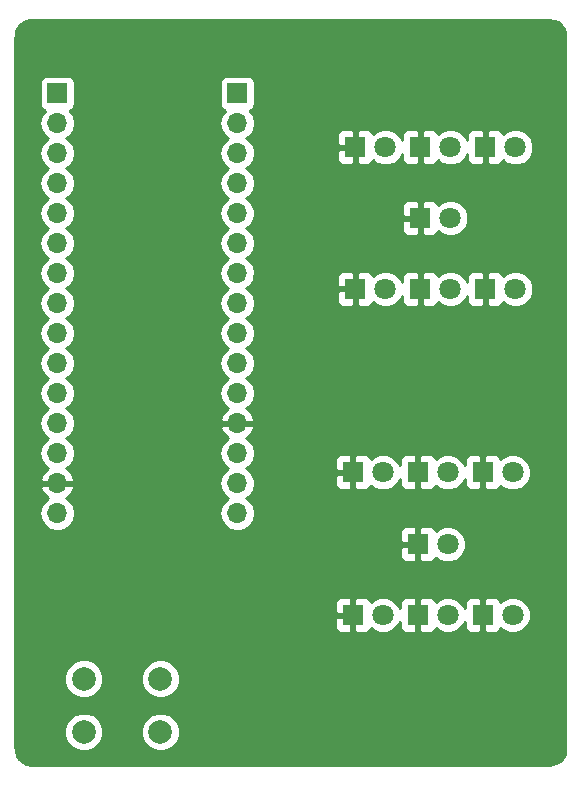
<source format=gbr>
G04 #@! TF.GenerationSoftware,KiCad,Pcbnew,(5.0.1)-3*
G04 #@! TF.CreationDate,2019-08-04T12:29:00-04:00*
G04 #@! TF.ProjectId,Dice_roller,446963655F726F6C6C65722E6B696361,rev?*
G04 #@! TF.SameCoordinates,Original*
G04 #@! TF.FileFunction,Copper,L2,Bot,Signal*
G04 #@! TF.FilePolarity,Positive*
%FSLAX46Y46*%
G04 Gerber Fmt 4.6, Leading zero omitted, Abs format (unit mm)*
G04 Created by KiCad (PCBNEW (5.0.1)-3) date 8/4/2019 12:29:00 PM*
%MOMM*%
%LPD*%
G01*
G04 APERTURE LIST*
G04 #@! TA.AperFunction,ComponentPad*
%ADD10R,1.700000X1.700000*%
G04 #@! TD*
G04 #@! TA.AperFunction,ComponentPad*
%ADD11O,1.700000X1.700000*%
G04 #@! TD*
G04 #@! TA.AperFunction,ComponentPad*
%ADD12R,1.800000X1.800000*%
G04 #@! TD*
G04 #@! TA.AperFunction,ComponentPad*
%ADD13C,1.800000*%
G04 #@! TD*
G04 #@! TA.AperFunction,ComponentPad*
%ADD14C,2.000000*%
G04 #@! TD*
G04 #@! TA.AperFunction,Conductor*
%ADD15C,0.254000*%
G04 #@! TD*
G04 APERTURE END LIST*
D10*
G04 #@! TO.P,J1,1*
G04 #@! TO.N,D12*
X132000000Y-61440000D03*
D11*
G04 #@! TO.P,J1,2*
G04 #@! TO.N,D11*
X132000000Y-63980000D03*
G04 #@! TO.P,J1,3*
G04 #@! TO.N,D10*
X132000000Y-66520000D03*
G04 #@! TO.P,J1,4*
G04 #@! TO.N,D9*
X132000000Y-69060000D03*
G04 #@! TO.P,J1,5*
G04 #@! TO.N,D8*
X132000000Y-71600000D03*
G04 #@! TO.P,J1,6*
G04 #@! TO.N,D7*
X132000000Y-74140000D03*
G04 #@! TO.P,J1,7*
G04 #@! TO.N,D6*
X132000000Y-76680000D03*
G04 #@! TO.P,J1,8*
G04 #@! TO.N,D5*
X132000000Y-79220000D03*
G04 #@! TO.P,J1,9*
G04 #@! TO.N,D4*
X132000000Y-81760000D03*
G04 #@! TO.P,J1,10*
G04 #@! TO.N,D3*
X132000000Y-84300000D03*
G04 #@! TO.P,J1,11*
G04 #@! TO.N,D2*
X132000000Y-86840000D03*
G04 #@! TO.P,J1,12*
G04 #@! TO.N,GND*
X132000000Y-89380000D03*
G04 #@! TO.P,J1,13*
G04 #@! TO.N,~RESET*
X132000000Y-91920000D03*
G04 #@! TO.P,J1,14*
G04 #@! TO.N,RX*
X132000000Y-94460000D03*
G04 #@! TO.P,J1,15*
G04 #@! TO.N,TX*
X132000000Y-97000000D03*
G04 #@! TD*
D10*
G04 #@! TO.P,J2,1*
G04 #@! TO.N,D13*
X116760000Y-61440000D03*
D11*
G04 #@! TO.P,J2,2*
G04 #@! TO.N,+3V3*
X116760000Y-63980000D03*
G04 #@! TO.P,J2,3*
G04 #@! TO.N,AREF*
X116760000Y-66520000D03*
G04 #@! TO.P,J2,4*
G04 #@! TO.N,A0*
X116760000Y-69060000D03*
G04 #@! TO.P,J2,5*
G04 #@! TO.N,A1*
X116760000Y-71600000D03*
G04 #@! TO.P,J2,6*
G04 #@! TO.N,A2*
X116760000Y-74140000D03*
G04 #@! TO.P,J2,7*
G04 #@! TO.N,A3*
X116760000Y-76680000D03*
G04 #@! TO.P,J2,8*
G04 #@! TO.N,A4*
X116760000Y-79220000D03*
G04 #@! TO.P,J2,9*
G04 #@! TO.N,A5*
X116760000Y-81760000D03*
G04 #@! TO.P,J2,10*
G04 #@! TO.N,A6*
X116760000Y-84300000D03*
G04 #@! TO.P,J2,11*
G04 #@! TO.N,A7*
X116760000Y-86840000D03*
G04 #@! TO.P,J2,12*
G04 #@! TO.N,+5V*
X116760000Y-89380000D03*
G04 #@! TO.P,J2,13*
G04 #@! TO.N,~RESET*
X116760000Y-91920000D03*
G04 #@! TO.P,J2,14*
G04 #@! TO.N,GND*
X116760000Y-94460000D03*
G04 #@! TO.P,J2,15*
G04 #@! TO.N,VIN*
X116760000Y-97000000D03*
G04 #@! TD*
D12*
G04 #@! TO.P,D1,1*
G04 #@! TO.N,GND*
X152791829Y-93520693D03*
D13*
G04 #@! TO.P,D1,2*
G04 #@! TO.N,Net-(D1-Pad2)*
X155331829Y-93520693D03*
G04 #@! TD*
G04 #@! TO.P,D2,2*
G04 #@! TO.N,Net-(D2-Pad2)*
X149831829Y-93520693D03*
D12*
G04 #@! TO.P,D2,1*
G04 #@! TO.N,GND*
X147291829Y-93520693D03*
G04 #@! TD*
D13*
G04 #@! TO.P,D3,2*
G04 #@! TO.N,Net-(D3-Pad2)*
X144331829Y-93520693D03*
D12*
G04 #@! TO.P,D3,1*
G04 #@! TO.N,GND*
X141791829Y-93520693D03*
G04 #@! TD*
G04 #@! TO.P,D4,1*
G04 #@! TO.N,GND*
X147291829Y-99615692D03*
D13*
G04 #@! TO.P,D4,2*
G04 #@! TO.N,Net-(D4-Pad2)*
X149831829Y-99615692D03*
G04 #@! TD*
G04 #@! TO.P,D5,2*
G04 #@! TO.N,Net-(D5-Pad2)*
X155331829Y-105615692D03*
D12*
G04 #@! TO.P,D5,1*
G04 #@! TO.N,GND*
X152791829Y-105615692D03*
G04 #@! TD*
G04 #@! TO.P,D6,1*
G04 #@! TO.N,GND*
X147291829Y-105615692D03*
D13*
G04 #@! TO.P,D6,2*
G04 #@! TO.N,Net-(D6-Pad2)*
X149831829Y-105615692D03*
G04 #@! TD*
D12*
G04 #@! TO.P,D7,1*
G04 #@! TO.N,GND*
X141791829Y-105615692D03*
D13*
G04 #@! TO.P,D7,2*
G04 #@! TO.N,Net-(D7-Pad2)*
X144331829Y-105615692D03*
G04 #@! TD*
D12*
G04 #@! TO.P,D8,1*
G04 #@! TO.N,GND*
X153000000Y-66000000D03*
D13*
G04 #@! TO.P,D8,2*
G04 #@! TO.N,Net-(D8-Pad2)*
X155540000Y-66000000D03*
G04 #@! TD*
D12*
G04 #@! TO.P,D9,1*
G04 #@! TO.N,GND*
X147500000Y-66000000D03*
D13*
G04 #@! TO.P,D9,2*
G04 #@! TO.N,Net-(D9-Pad2)*
X150040000Y-66000000D03*
G04 #@! TD*
G04 #@! TO.P,D10,2*
G04 #@! TO.N,Net-(D10-Pad2)*
X144540000Y-66000000D03*
D12*
G04 #@! TO.P,D10,1*
G04 #@! TO.N,GND*
X142000000Y-66000000D03*
G04 #@! TD*
G04 #@! TO.P,D11,1*
G04 #@! TO.N,GND*
X147500000Y-72000000D03*
D13*
G04 #@! TO.P,D11,2*
G04 #@! TO.N,Net-(D11-Pad2)*
X150040000Y-72000000D03*
G04 #@! TD*
G04 #@! TO.P,D12,2*
G04 #@! TO.N,Net-(D12-Pad2)*
X155540000Y-78000000D03*
D12*
G04 #@! TO.P,D12,1*
G04 #@! TO.N,GND*
X153000000Y-78000000D03*
G04 #@! TD*
D13*
G04 #@! TO.P,D13,2*
G04 #@! TO.N,Net-(D13-Pad2)*
X150040000Y-78000000D03*
D12*
G04 #@! TO.P,D13,1*
G04 #@! TO.N,GND*
X147500000Y-78000000D03*
G04 #@! TD*
G04 #@! TO.P,D14,1*
G04 #@! TO.N,GND*
X142000000Y-78000000D03*
D13*
G04 #@! TO.P,D14,2*
G04 #@! TO.N,Net-(D14-Pad2)*
X144540000Y-78000000D03*
G04 #@! TD*
D14*
G04 #@! TO.P,SW1,2*
G04 #@! TO.N,+5V*
X119000000Y-115500000D03*
G04 #@! TO.P,SW1,1*
G04 #@! TO.N,D11*
X119000000Y-111000000D03*
G04 #@! TO.P,SW1,2*
G04 #@! TO.N,+5V*
X125500000Y-115500000D03*
G04 #@! TO.P,SW1,1*
G04 #@! TO.N,D11*
X125500000Y-111000000D03*
G04 #@! TD*
D15*
G04 #@! TO.N,GND*
G36*
X158386923Y-55226249D02*
X158395803Y-55227577D01*
X158852940Y-55293044D01*
X159177504Y-55440614D01*
X159447607Y-55673350D01*
X159641532Y-55972539D01*
X159750970Y-56338479D01*
X159767021Y-56554469D01*
X159790000Y-56658985D01*
X159790001Y-116833771D01*
X159773751Y-116886923D01*
X159772423Y-116895803D01*
X159706956Y-117352938D01*
X159559385Y-117677504D01*
X159326650Y-117947606D01*
X159027459Y-118141532D01*
X158661525Y-118250970D01*
X158445531Y-118267021D01*
X158341015Y-118290000D01*
X114666226Y-118290000D01*
X114613077Y-118273751D01*
X114604197Y-118272423D01*
X114147062Y-118206956D01*
X113822496Y-118059385D01*
X113552394Y-117826650D01*
X113358468Y-117527459D01*
X113249030Y-117161525D01*
X113232979Y-116945531D01*
X113210000Y-116841015D01*
X113210000Y-115174778D01*
X117365000Y-115174778D01*
X117365000Y-115825222D01*
X117613914Y-116426153D01*
X118073847Y-116886086D01*
X118674778Y-117135000D01*
X119325222Y-117135000D01*
X119926153Y-116886086D01*
X120386086Y-116426153D01*
X120635000Y-115825222D01*
X120635000Y-115174778D01*
X123865000Y-115174778D01*
X123865000Y-115825222D01*
X124113914Y-116426153D01*
X124573847Y-116886086D01*
X125174778Y-117135000D01*
X125825222Y-117135000D01*
X126426153Y-116886086D01*
X126886086Y-116426153D01*
X127135000Y-115825222D01*
X127135000Y-115174778D01*
X126886086Y-114573847D01*
X126426153Y-114113914D01*
X125825222Y-113865000D01*
X125174778Y-113865000D01*
X124573847Y-114113914D01*
X124113914Y-114573847D01*
X123865000Y-115174778D01*
X120635000Y-115174778D01*
X120386086Y-114573847D01*
X119926153Y-114113914D01*
X119325222Y-113865000D01*
X118674778Y-113865000D01*
X118073847Y-114113914D01*
X117613914Y-114573847D01*
X117365000Y-115174778D01*
X113210000Y-115174778D01*
X113210000Y-110674778D01*
X117365000Y-110674778D01*
X117365000Y-111325222D01*
X117613914Y-111926153D01*
X118073847Y-112386086D01*
X118674778Y-112635000D01*
X119325222Y-112635000D01*
X119926153Y-112386086D01*
X120386086Y-111926153D01*
X120635000Y-111325222D01*
X120635000Y-110674778D01*
X123865000Y-110674778D01*
X123865000Y-111325222D01*
X124113914Y-111926153D01*
X124573847Y-112386086D01*
X125174778Y-112635000D01*
X125825222Y-112635000D01*
X126426153Y-112386086D01*
X126886086Y-111926153D01*
X127135000Y-111325222D01*
X127135000Y-110674778D01*
X126886086Y-110073847D01*
X126426153Y-109613914D01*
X125825222Y-109365000D01*
X125174778Y-109365000D01*
X124573847Y-109613914D01*
X124113914Y-110073847D01*
X123865000Y-110674778D01*
X120635000Y-110674778D01*
X120386086Y-110073847D01*
X119926153Y-109613914D01*
X119325222Y-109365000D01*
X118674778Y-109365000D01*
X118073847Y-109613914D01*
X117613914Y-110073847D01*
X117365000Y-110674778D01*
X113210000Y-110674778D01*
X113210000Y-105901442D01*
X140256829Y-105901442D01*
X140256829Y-106642002D01*
X140353502Y-106875391D01*
X140532131Y-107054019D01*
X140765520Y-107150692D01*
X141506079Y-107150692D01*
X141664829Y-106991942D01*
X141664829Y-105742692D01*
X140415579Y-105742692D01*
X140256829Y-105901442D01*
X113210000Y-105901442D01*
X113210000Y-104589382D01*
X140256829Y-104589382D01*
X140256829Y-105329942D01*
X140415579Y-105488692D01*
X141664829Y-105488692D01*
X141664829Y-104239442D01*
X141918829Y-104239442D01*
X141918829Y-105488692D01*
X141938829Y-105488692D01*
X141938829Y-105742692D01*
X141918829Y-105742692D01*
X141918829Y-106991942D01*
X142077579Y-107150692D01*
X142818138Y-107150692D01*
X143051527Y-107054019D01*
X143230156Y-106875391D01*
X143285968Y-106740648D01*
X143462322Y-106917002D01*
X144026499Y-107150692D01*
X144637159Y-107150692D01*
X145201336Y-106917002D01*
X145633139Y-106485199D01*
X145756829Y-106186585D01*
X145756829Y-106642002D01*
X145853502Y-106875391D01*
X146032131Y-107054019D01*
X146265520Y-107150692D01*
X147006079Y-107150692D01*
X147164829Y-106991942D01*
X147164829Y-105742692D01*
X147144829Y-105742692D01*
X147144829Y-105488692D01*
X147164829Y-105488692D01*
X147164829Y-104239442D01*
X147418829Y-104239442D01*
X147418829Y-105488692D01*
X147438829Y-105488692D01*
X147438829Y-105742692D01*
X147418829Y-105742692D01*
X147418829Y-106991942D01*
X147577579Y-107150692D01*
X148318138Y-107150692D01*
X148551527Y-107054019D01*
X148730156Y-106875391D01*
X148785968Y-106740648D01*
X148962322Y-106917002D01*
X149526499Y-107150692D01*
X150137159Y-107150692D01*
X150701336Y-106917002D01*
X151133139Y-106485199D01*
X151256829Y-106186585D01*
X151256829Y-106642002D01*
X151353502Y-106875391D01*
X151532131Y-107054019D01*
X151765520Y-107150692D01*
X152506079Y-107150692D01*
X152664829Y-106991942D01*
X152664829Y-105742692D01*
X152644829Y-105742692D01*
X152644829Y-105488692D01*
X152664829Y-105488692D01*
X152664829Y-104239442D01*
X152918829Y-104239442D01*
X152918829Y-105488692D01*
X152938829Y-105488692D01*
X152938829Y-105742692D01*
X152918829Y-105742692D01*
X152918829Y-106991942D01*
X153077579Y-107150692D01*
X153818138Y-107150692D01*
X154051527Y-107054019D01*
X154230156Y-106875391D01*
X154285968Y-106740648D01*
X154462322Y-106917002D01*
X155026499Y-107150692D01*
X155637159Y-107150692D01*
X156201336Y-106917002D01*
X156633139Y-106485199D01*
X156866829Y-105921022D01*
X156866829Y-105310362D01*
X156633139Y-104746185D01*
X156201336Y-104314382D01*
X155637159Y-104080692D01*
X155026499Y-104080692D01*
X154462322Y-104314382D01*
X154285968Y-104490736D01*
X154230156Y-104355993D01*
X154051527Y-104177365D01*
X153818138Y-104080692D01*
X153077579Y-104080692D01*
X152918829Y-104239442D01*
X152664829Y-104239442D01*
X152506079Y-104080692D01*
X151765520Y-104080692D01*
X151532131Y-104177365D01*
X151353502Y-104355993D01*
X151256829Y-104589382D01*
X151256829Y-105044799D01*
X151133139Y-104746185D01*
X150701336Y-104314382D01*
X150137159Y-104080692D01*
X149526499Y-104080692D01*
X148962322Y-104314382D01*
X148785968Y-104490736D01*
X148730156Y-104355993D01*
X148551527Y-104177365D01*
X148318138Y-104080692D01*
X147577579Y-104080692D01*
X147418829Y-104239442D01*
X147164829Y-104239442D01*
X147006079Y-104080692D01*
X146265520Y-104080692D01*
X146032131Y-104177365D01*
X145853502Y-104355993D01*
X145756829Y-104589382D01*
X145756829Y-105044799D01*
X145633139Y-104746185D01*
X145201336Y-104314382D01*
X144637159Y-104080692D01*
X144026499Y-104080692D01*
X143462322Y-104314382D01*
X143285968Y-104490736D01*
X143230156Y-104355993D01*
X143051527Y-104177365D01*
X142818138Y-104080692D01*
X142077579Y-104080692D01*
X141918829Y-104239442D01*
X141664829Y-104239442D01*
X141506079Y-104080692D01*
X140765520Y-104080692D01*
X140532131Y-104177365D01*
X140353502Y-104355993D01*
X140256829Y-104589382D01*
X113210000Y-104589382D01*
X113210000Y-99901442D01*
X145756829Y-99901442D01*
X145756829Y-100642002D01*
X145853502Y-100875391D01*
X146032131Y-101054019D01*
X146265520Y-101150692D01*
X147006079Y-101150692D01*
X147164829Y-100991942D01*
X147164829Y-99742692D01*
X145915579Y-99742692D01*
X145756829Y-99901442D01*
X113210000Y-99901442D01*
X113210000Y-98589382D01*
X145756829Y-98589382D01*
X145756829Y-99329942D01*
X145915579Y-99488692D01*
X147164829Y-99488692D01*
X147164829Y-98239442D01*
X147418829Y-98239442D01*
X147418829Y-99488692D01*
X147438829Y-99488692D01*
X147438829Y-99742692D01*
X147418829Y-99742692D01*
X147418829Y-100991942D01*
X147577579Y-101150692D01*
X148318138Y-101150692D01*
X148551527Y-101054019D01*
X148730156Y-100875391D01*
X148785968Y-100740648D01*
X148962322Y-100917002D01*
X149526499Y-101150692D01*
X150137159Y-101150692D01*
X150701336Y-100917002D01*
X151133139Y-100485199D01*
X151366829Y-99921022D01*
X151366829Y-99310362D01*
X151133139Y-98746185D01*
X150701336Y-98314382D01*
X150137159Y-98080692D01*
X149526499Y-98080692D01*
X148962322Y-98314382D01*
X148785968Y-98490736D01*
X148730156Y-98355993D01*
X148551527Y-98177365D01*
X148318138Y-98080692D01*
X147577579Y-98080692D01*
X147418829Y-98239442D01*
X147164829Y-98239442D01*
X147006079Y-98080692D01*
X146265520Y-98080692D01*
X146032131Y-98177365D01*
X145853502Y-98355993D01*
X145756829Y-98589382D01*
X113210000Y-98589382D01*
X113210000Y-97000000D01*
X115245908Y-97000000D01*
X115361161Y-97579418D01*
X115689375Y-98070625D01*
X116180582Y-98398839D01*
X116613744Y-98485000D01*
X116906256Y-98485000D01*
X117339418Y-98398839D01*
X117830625Y-98070625D01*
X118158839Y-97579418D01*
X118274092Y-97000000D01*
X118158839Y-96420582D01*
X117830625Y-95929375D01*
X117511522Y-95716157D01*
X117641358Y-95655183D01*
X118031645Y-95226924D01*
X118201476Y-94816890D01*
X118080155Y-94587000D01*
X116887000Y-94587000D01*
X116887000Y-94607000D01*
X116633000Y-94607000D01*
X116633000Y-94587000D01*
X115439845Y-94587000D01*
X115318524Y-94816890D01*
X115488355Y-95226924D01*
X115878642Y-95655183D01*
X116008478Y-95716157D01*
X115689375Y-95929375D01*
X115361161Y-96420582D01*
X115245908Y-97000000D01*
X113210000Y-97000000D01*
X113210000Y-63980000D01*
X115245908Y-63980000D01*
X115361161Y-64559418D01*
X115689375Y-65050625D01*
X115987761Y-65250000D01*
X115689375Y-65449375D01*
X115361161Y-65940582D01*
X115245908Y-66520000D01*
X115361161Y-67099418D01*
X115689375Y-67590625D01*
X115987761Y-67790000D01*
X115689375Y-67989375D01*
X115361161Y-68480582D01*
X115245908Y-69060000D01*
X115361161Y-69639418D01*
X115689375Y-70130625D01*
X115987761Y-70330000D01*
X115689375Y-70529375D01*
X115361161Y-71020582D01*
X115245908Y-71600000D01*
X115361161Y-72179418D01*
X115689375Y-72670625D01*
X115987761Y-72870000D01*
X115689375Y-73069375D01*
X115361161Y-73560582D01*
X115245908Y-74140000D01*
X115361161Y-74719418D01*
X115689375Y-75210625D01*
X115987761Y-75410000D01*
X115689375Y-75609375D01*
X115361161Y-76100582D01*
X115245908Y-76680000D01*
X115361161Y-77259418D01*
X115689375Y-77750625D01*
X115987761Y-77950000D01*
X115689375Y-78149375D01*
X115361161Y-78640582D01*
X115245908Y-79220000D01*
X115361161Y-79799418D01*
X115689375Y-80290625D01*
X115987761Y-80490000D01*
X115689375Y-80689375D01*
X115361161Y-81180582D01*
X115245908Y-81760000D01*
X115361161Y-82339418D01*
X115689375Y-82830625D01*
X115987761Y-83030000D01*
X115689375Y-83229375D01*
X115361161Y-83720582D01*
X115245908Y-84300000D01*
X115361161Y-84879418D01*
X115689375Y-85370625D01*
X115987761Y-85570000D01*
X115689375Y-85769375D01*
X115361161Y-86260582D01*
X115245908Y-86840000D01*
X115361161Y-87419418D01*
X115689375Y-87910625D01*
X115987761Y-88110000D01*
X115689375Y-88309375D01*
X115361161Y-88800582D01*
X115245908Y-89380000D01*
X115361161Y-89959418D01*
X115689375Y-90450625D01*
X115987761Y-90650000D01*
X115689375Y-90849375D01*
X115361161Y-91340582D01*
X115245908Y-91920000D01*
X115361161Y-92499418D01*
X115689375Y-92990625D01*
X116008478Y-93203843D01*
X115878642Y-93264817D01*
X115488355Y-93693076D01*
X115318524Y-94103110D01*
X115439845Y-94333000D01*
X116633000Y-94333000D01*
X116633000Y-94313000D01*
X116887000Y-94313000D01*
X116887000Y-94333000D01*
X118080155Y-94333000D01*
X118201476Y-94103110D01*
X118031645Y-93693076D01*
X117641358Y-93264817D01*
X117511522Y-93203843D01*
X117830625Y-92990625D01*
X118158839Y-92499418D01*
X118274092Y-91920000D01*
X130485908Y-91920000D01*
X130601161Y-92499418D01*
X130929375Y-92990625D01*
X131227761Y-93190000D01*
X130929375Y-93389375D01*
X130601161Y-93880582D01*
X130485908Y-94460000D01*
X130601161Y-95039418D01*
X130929375Y-95530625D01*
X131227761Y-95730000D01*
X130929375Y-95929375D01*
X130601161Y-96420582D01*
X130485908Y-97000000D01*
X130601161Y-97579418D01*
X130929375Y-98070625D01*
X131420582Y-98398839D01*
X131853744Y-98485000D01*
X132146256Y-98485000D01*
X132579418Y-98398839D01*
X133070625Y-98070625D01*
X133398839Y-97579418D01*
X133514092Y-97000000D01*
X133398839Y-96420582D01*
X133070625Y-95929375D01*
X132772239Y-95730000D01*
X133070625Y-95530625D01*
X133398839Y-95039418D01*
X133514092Y-94460000D01*
X133398839Y-93880582D01*
X133349301Y-93806443D01*
X140256829Y-93806443D01*
X140256829Y-94547003D01*
X140353502Y-94780392D01*
X140532131Y-94959020D01*
X140765520Y-95055693D01*
X141506079Y-95055693D01*
X141664829Y-94896943D01*
X141664829Y-93647693D01*
X140415579Y-93647693D01*
X140256829Y-93806443D01*
X133349301Y-93806443D01*
X133070625Y-93389375D01*
X132772239Y-93190000D01*
X133070625Y-92990625D01*
X133398839Y-92499418D01*
X133399840Y-92494383D01*
X140256829Y-92494383D01*
X140256829Y-93234943D01*
X140415579Y-93393693D01*
X141664829Y-93393693D01*
X141664829Y-92144443D01*
X141918829Y-92144443D01*
X141918829Y-93393693D01*
X141938829Y-93393693D01*
X141938829Y-93647693D01*
X141918829Y-93647693D01*
X141918829Y-94896943D01*
X142077579Y-95055693D01*
X142818138Y-95055693D01*
X143051527Y-94959020D01*
X143230156Y-94780392D01*
X143285968Y-94645649D01*
X143462322Y-94822003D01*
X144026499Y-95055693D01*
X144637159Y-95055693D01*
X145201336Y-94822003D01*
X145633139Y-94390200D01*
X145756829Y-94091586D01*
X145756829Y-94547003D01*
X145853502Y-94780392D01*
X146032131Y-94959020D01*
X146265520Y-95055693D01*
X147006079Y-95055693D01*
X147164829Y-94896943D01*
X147164829Y-93647693D01*
X147144829Y-93647693D01*
X147144829Y-93393693D01*
X147164829Y-93393693D01*
X147164829Y-92144443D01*
X147418829Y-92144443D01*
X147418829Y-93393693D01*
X147438829Y-93393693D01*
X147438829Y-93647693D01*
X147418829Y-93647693D01*
X147418829Y-94896943D01*
X147577579Y-95055693D01*
X148318138Y-95055693D01*
X148551527Y-94959020D01*
X148730156Y-94780392D01*
X148785968Y-94645649D01*
X148962322Y-94822003D01*
X149526499Y-95055693D01*
X150137159Y-95055693D01*
X150701336Y-94822003D01*
X151133139Y-94390200D01*
X151256829Y-94091586D01*
X151256829Y-94547003D01*
X151353502Y-94780392D01*
X151532131Y-94959020D01*
X151765520Y-95055693D01*
X152506079Y-95055693D01*
X152664829Y-94896943D01*
X152664829Y-93647693D01*
X152644829Y-93647693D01*
X152644829Y-93393693D01*
X152664829Y-93393693D01*
X152664829Y-92144443D01*
X152918829Y-92144443D01*
X152918829Y-93393693D01*
X152938829Y-93393693D01*
X152938829Y-93647693D01*
X152918829Y-93647693D01*
X152918829Y-94896943D01*
X153077579Y-95055693D01*
X153818138Y-95055693D01*
X154051527Y-94959020D01*
X154230156Y-94780392D01*
X154285968Y-94645649D01*
X154462322Y-94822003D01*
X155026499Y-95055693D01*
X155637159Y-95055693D01*
X156201336Y-94822003D01*
X156633139Y-94390200D01*
X156866829Y-93826023D01*
X156866829Y-93215363D01*
X156633139Y-92651186D01*
X156201336Y-92219383D01*
X155637159Y-91985693D01*
X155026499Y-91985693D01*
X154462322Y-92219383D01*
X154285968Y-92395737D01*
X154230156Y-92260994D01*
X154051527Y-92082366D01*
X153818138Y-91985693D01*
X153077579Y-91985693D01*
X152918829Y-92144443D01*
X152664829Y-92144443D01*
X152506079Y-91985693D01*
X151765520Y-91985693D01*
X151532131Y-92082366D01*
X151353502Y-92260994D01*
X151256829Y-92494383D01*
X151256829Y-92949800D01*
X151133139Y-92651186D01*
X150701336Y-92219383D01*
X150137159Y-91985693D01*
X149526499Y-91985693D01*
X148962322Y-92219383D01*
X148785968Y-92395737D01*
X148730156Y-92260994D01*
X148551527Y-92082366D01*
X148318138Y-91985693D01*
X147577579Y-91985693D01*
X147418829Y-92144443D01*
X147164829Y-92144443D01*
X147006079Y-91985693D01*
X146265520Y-91985693D01*
X146032131Y-92082366D01*
X145853502Y-92260994D01*
X145756829Y-92494383D01*
X145756829Y-92949800D01*
X145633139Y-92651186D01*
X145201336Y-92219383D01*
X144637159Y-91985693D01*
X144026499Y-91985693D01*
X143462322Y-92219383D01*
X143285968Y-92395737D01*
X143230156Y-92260994D01*
X143051527Y-92082366D01*
X142818138Y-91985693D01*
X142077579Y-91985693D01*
X141918829Y-92144443D01*
X141664829Y-92144443D01*
X141506079Y-91985693D01*
X140765520Y-91985693D01*
X140532131Y-92082366D01*
X140353502Y-92260994D01*
X140256829Y-92494383D01*
X133399840Y-92494383D01*
X133514092Y-91920000D01*
X133398839Y-91340582D01*
X133070625Y-90849375D01*
X132751522Y-90636157D01*
X132881358Y-90575183D01*
X133271645Y-90146924D01*
X133441476Y-89736890D01*
X133320155Y-89507000D01*
X132127000Y-89507000D01*
X132127000Y-89527000D01*
X131873000Y-89527000D01*
X131873000Y-89507000D01*
X130679845Y-89507000D01*
X130558524Y-89736890D01*
X130728355Y-90146924D01*
X131118642Y-90575183D01*
X131248478Y-90636157D01*
X130929375Y-90849375D01*
X130601161Y-91340582D01*
X130485908Y-91920000D01*
X118274092Y-91920000D01*
X118158839Y-91340582D01*
X117830625Y-90849375D01*
X117532239Y-90650000D01*
X117830625Y-90450625D01*
X118158839Y-89959418D01*
X118274092Y-89380000D01*
X118158839Y-88800582D01*
X117830625Y-88309375D01*
X117532239Y-88110000D01*
X117830625Y-87910625D01*
X118158839Y-87419418D01*
X118274092Y-86840000D01*
X118158839Y-86260582D01*
X117830625Y-85769375D01*
X117532239Y-85570000D01*
X117830625Y-85370625D01*
X118158839Y-84879418D01*
X118274092Y-84300000D01*
X118158839Y-83720582D01*
X117830625Y-83229375D01*
X117532239Y-83030000D01*
X117830625Y-82830625D01*
X118158839Y-82339418D01*
X118274092Y-81760000D01*
X118158839Y-81180582D01*
X117830625Y-80689375D01*
X117532239Y-80490000D01*
X117830625Y-80290625D01*
X118158839Y-79799418D01*
X118274092Y-79220000D01*
X118158839Y-78640582D01*
X117830625Y-78149375D01*
X117532239Y-77950000D01*
X117830625Y-77750625D01*
X118158839Y-77259418D01*
X118274092Y-76680000D01*
X118158839Y-76100582D01*
X117830625Y-75609375D01*
X117532239Y-75410000D01*
X117830625Y-75210625D01*
X118158839Y-74719418D01*
X118274092Y-74140000D01*
X118158839Y-73560582D01*
X117830625Y-73069375D01*
X117532239Y-72870000D01*
X117830625Y-72670625D01*
X118158839Y-72179418D01*
X118274092Y-71600000D01*
X118158839Y-71020582D01*
X117830625Y-70529375D01*
X117532239Y-70330000D01*
X117830625Y-70130625D01*
X118158839Y-69639418D01*
X118274092Y-69060000D01*
X118158839Y-68480582D01*
X117830625Y-67989375D01*
X117532239Y-67790000D01*
X117830625Y-67590625D01*
X118158839Y-67099418D01*
X118274092Y-66520000D01*
X118158839Y-65940582D01*
X117830625Y-65449375D01*
X117532239Y-65250000D01*
X117830625Y-65050625D01*
X118158839Y-64559418D01*
X118274092Y-63980000D01*
X130485908Y-63980000D01*
X130601161Y-64559418D01*
X130929375Y-65050625D01*
X131227761Y-65250000D01*
X130929375Y-65449375D01*
X130601161Y-65940582D01*
X130485908Y-66520000D01*
X130601161Y-67099418D01*
X130929375Y-67590625D01*
X131227761Y-67790000D01*
X130929375Y-67989375D01*
X130601161Y-68480582D01*
X130485908Y-69060000D01*
X130601161Y-69639418D01*
X130929375Y-70130625D01*
X131227761Y-70330000D01*
X130929375Y-70529375D01*
X130601161Y-71020582D01*
X130485908Y-71600000D01*
X130601161Y-72179418D01*
X130929375Y-72670625D01*
X131227761Y-72870000D01*
X130929375Y-73069375D01*
X130601161Y-73560582D01*
X130485908Y-74140000D01*
X130601161Y-74719418D01*
X130929375Y-75210625D01*
X131227761Y-75410000D01*
X130929375Y-75609375D01*
X130601161Y-76100582D01*
X130485908Y-76680000D01*
X130601161Y-77259418D01*
X130929375Y-77750625D01*
X131227761Y-77950000D01*
X130929375Y-78149375D01*
X130601161Y-78640582D01*
X130485908Y-79220000D01*
X130601161Y-79799418D01*
X130929375Y-80290625D01*
X131227761Y-80490000D01*
X130929375Y-80689375D01*
X130601161Y-81180582D01*
X130485908Y-81760000D01*
X130601161Y-82339418D01*
X130929375Y-82830625D01*
X131227761Y-83030000D01*
X130929375Y-83229375D01*
X130601161Y-83720582D01*
X130485908Y-84300000D01*
X130601161Y-84879418D01*
X130929375Y-85370625D01*
X131227761Y-85570000D01*
X130929375Y-85769375D01*
X130601161Y-86260582D01*
X130485908Y-86840000D01*
X130601161Y-87419418D01*
X130929375Y-87910625D01*
X131248478Y-88123843D01*
X131118642Y-88184817D01*
X130728355Y-88613076D01*
X130558524Y-89023110D01*
X130679845Y-89253000D01*
X131873000Y-89253000D01*
X131873000Y-89233000D01*
X132127000Y-89233000D01*
X132127000Y-89253000D01*
X133320155Y-89253000D01*
X133441476Y-89023110D01*
X133271645Y-88613076D01*
X132881358Y-88184817D01*
X132751522Y-88123843D01*
X133070625Y-87910625D01*
X133398839Y-87419418D01*
X133514092Y-86840000D01*
X133398839Y-86260582D01*
X133070625Y-85769375D01*
X132772239Y-85570000D01*
X133070625Y-85370625D01*
X133398839Y-84879418D01*
X133514092Y-84300000D01*
X133398839Y-83720582D01*
X133070625Y-83229375D01*
X132772239Y-83030000D01*
X133070625Y-82830625D01*
X133398839Y-82339418D01*
X133514092Y-81760000D01*
X133398839Y-81180582D01*
X133070625Y-80689375D01*
X132772239Y-80490000D01*
X133070625Y-80290625D01*
X133398839Y-79799418D01*
X133514092Y-79220000D01*
X133398839Y-78640582D01*
X133161748Y-78285750D01*
X140465000Y-78285750D01*
X140465000Y-79026310D01*
X140561673Y-79259699D01*
X140740302Y-79438327D01*
X140973691Y-79535000D01*
X141714250Y-79535000D01*
X141873000Y-79376250D01*
X141873000Y-78127000D01*
X140623750Y-78127000D01*
X140465000Y-78285750D01*
X133161748Y-78285750D01*
X133070625Y-78149375D01*
X132772239Y-77950000D01*
X133070625Y-77750625D01*
X133398839Y-77259418D01*
X133455673Y-76973690D01*
X140465000Y-76973690D01*
X140465000Y-77714250D01*
X140623750Y-77873000D01*
X141873000Y-77873000D01*
X141873000Y-76623750D01*
X142127000Y-76623750D01*
X142127000Y-77873000D01*
X142147000Y-77873000D01*
X142147000Y-78127000D01*
X142127000Y-78127000D01*
X142127000Y-79376250D01*
X142285750Y-79535000D01*
X143026309Y-79535000D01*
X143259698Y-79438327D01*
X143438327Y-79259699D01*
X143494139Y-79124956D01*
X143670493Y-79301310D01*
X144234670Y-79535000D01*
X144845330Y-79535000D01*
X145409507Y-79301310D01*
X145841310Y-78869507D01*
X145965000Y-78570893D01*
X145965000Y-79026310D01*
X146061673Y-79259699D01*
X146240302Y-79438327D01*
X146473691Y-79535000D01*
X147214250Y-79535000D01*
X147373000Y-79376250D01*
X147373000Y-78127000D01*
X147353000Y-78127000D01*
X147353000Y-77873000D01*
X147373000Y-77873000D01*
X147373000Y-76623750D01*
X147627000Y-76623750D01*
X147627000Y-77873000D01*
X147647000Y-77873000D01*
X147647000Y-78127000D01*
X147627000Y-78127000D01*
X147627000Y-79376250D01*
X147785750Y-79535000D01*
X148526309Y-79535000D01*
X148759698Y-79438327D01*
X148938327Y-79259699D01*
X148994139Y-79124956D01*
X149170493Y-79301310D01*
X149734670Y-79535000D01*
X150345330Y-79535000D01*
X150909507Y-79301310D01*
X151341310Y-78869507D01*
X151465000Y-78570893D01*
X151465000Y-79026310D01*
X151561673Y-79259699D01*
X151740302Y-79438327D01*
X151973691Y-79535000D01*
X152714250Y-79535000D01*
X152873000Y-79376250D01*
X152873000Y-78127000D01*
X152853000Y-78127000D01*
X152853000Y-77873000D01*
X152873000Y-77873000D01*
X152873000Y-76623750D01*
X153127000Y-76623750D01*
X153127000Y-77873000D01*
X153147000Y-77873000D01*
X153147000Y-78127000D01*
X153127000Y-78127000D01*
X153127000Y-79376250D01*
X153285750Y-79535000D01*
X154026309Y-79535000D01*
X154259698Y-79438327D01*
X154438327Y-79259699D01*
X154494139Y-79124956D01*
X154670493Y-79301310D01*
X155234670Y-79535000D01*
X155845330Y-79535000D01*
X156409507Y-79301310D01*
X156841310Y-78869507D01*
X157075000Y-78305330D01*
X157075000Y-77694670D01*
X156841310Y-77130493D01*
X156409507Y-76698690D01*
X155845330Y-76465000D01*
X155234670Y-76465000D01*
X154670493Y-76698690D01*
X154494139Y-76875044D01*
X154438327Y-76740301D01*
X154259698Y-76561673D01*
X154026309Y-76465000D01*
X153285750Y-76465000D01*
X153127000Y-76623750D01*
X152873000Y-76623750D01*
X152714250Y-76465000D01*
X151973691Y-76465000D01*
X151740302Y-76561673D01*
X151561673Y-76740301D01*
X151465000Y-76973690D01*
X151465000Y-77429107D01*
X151341310Y-77130493D01*
X150909507Y-76698690D01*
X150345330Y-76465000D01*
X149734670Y-76465000D01*
X149170493Y-76698690D01*
X148994139Y-76875044D01*
X148938327Y-76740301D01*
X148759698Y-76561673D01*
X148526309Y-76465000D01*
X147785750Y-76465000D01*
X147627000Y-76623750D01*
X147373000Y-76623750D01*
X147214250Y-76465000D01*
X146473691Y-76465000D01*
X146240302Y-76561673D01*
X146061673Y-76740301D01*
X145965000Y-76973690D01*
X145965000Y-77429107D01*
X145841310Y-77130493D01*
X145409507Y-76698690D01*
X144845330Y-76465000D01*
X144234670Y-76465000D01*
X143670493Y-76698690D01*
X143494139Y-76875044D01*
X143438327Y-76740301D01*
X143259698Y-76561673D01*
X143026309Y-76465000D01*
X142285750Y-76465000D01*
X142127000Y-76623750D01*
X141873000Y-76623750D01*
X141714250Y-76465000D01*
X140973691Y-76465000D01*
X140740302Y-76561673D01*
X140561673Y-76740301D01*
X140465000Y-76973690D01*
X133455673Y-76973690D01*
X133514092Y-76680000D01*
X133398839Y-76100582D01*
X133070625Y-75609375D01*
X132772239Y-75410000D01*
X133070625Y-75210625D01*
X133398839Y-74719418D01*
X133514092Y-74140000D01*
X133398839Y-73560582D01*
X133070625Y-73069375D01*
X132772239Y-72870000D01*
X133070625Y-72670625D01*
X133327790Y-72285750D01*
X145965000Y-72285750D01*
X145965000Y-73026310D01*
X146061673Y-73259699D01*
X146240302Y-73438327D01*
X146473691Y-73535000D01*
X147214250Y-73535000D01*
X147373000Y-73376250D01*
X147373000Y-72127000D01*
X146123750Y-72127000D01*
X145965000Y-72285750D01*
X133327790Y-72285750D01*
X133398839Y-72179418D01*
X133514092Y-71600000D01*
X133398839Y-71020582D01*
X133367507Y-70973690D01*
X145965000Y-70973690D01*
X145965000Y-71714250D01*
X146123750Y-71873000D01*
X147373000Y-71873000D01*
X147373000Y-70623750D01*
X147627000Y-70623750D01*
X147627000Y-71873000D01*
X147647000Y-71873000D01*
X147647000Y-72127000D01*
X147627000Y-72127000D01*
X147627000Y-73376250D01*
X147785750Y-73535000D01*
X148526309Y-73535000D01*
X148759698Y-73438327D01*
X148938327Y-73259699D01*
X148994139Y-73124956D01*
X149170493Y-73301310D01*
X149734670Y-73535000D01*
X150345330Y-73535000D01*
X150909507Y-73301310D01*
X151341310Y-72869507D01*
X151575000Y-72305330D01*
X151575000Y-71694670D01*
X151341310Y-71130493D01*
X150909507Y-70698690D01*
X150345330Y-70465000D01*
X149734670Y-70465000D01*
X149170493Y-70698690D01*
X148994139Y-70875044D01*
X148938327Y-70740301D01*
X148759698Y-70561673D01*
X148526309Y-70465000D01*
X147785750Y-70465000D01*
X147627000Y-70623750D01*
X147373000Y-70623750D01*
X147214250Y-70465000D01*
X146473691Y-70465000D01*
X146240302Y-70561673D01*
X146061673Y-70740301D01*
X145965000Y-70973690D01*
X133367507Y-70973690D01*
X133070625Y-70529375D01*
X132772239Y-70330000D01*
X133070625Y-70130625D01*
X133398839Y-69639418D01*
X133514092Y-69060000D01*
X133398839Y-68480582D01*
X133070625Y-67989375D01*
X132772239Y-67790000D01*
X133070625Y-67590625D01*
X133398839Y-67099418D01*
X133514092Y-66520000D01*
X133467497Y-66285750D01*
X140465000Y-66285750D01*
X140465000Y-67026310D01*
X140561673Y-67259699D01*
X140740302Y-67438327D01*
X140973691Y-67535000D01*
X141714250Y-67535000D01*
X141873000Y-67376250D01*
X141873000Y-66127000D01*
X140623750Y-66127000D01*
X140465000Y-66285750D01*
X133467497Y-66285750D01*
X133398839Y-65940582D01*
X133070625Y-65449375D01*
X132772239Y-65250000D01*
X133070625Y-65050625D01*
X133122031Y-64973690D01*
X140465000Y-64973690D01*
X140465000Y-65714250D01*
X140623750Y-65873000D01*
X141873000Y-65873000D01*
X141873000Y-64623750D01*
X142127000Y-64623750D01*
X142127000Y-65873000D01*
X142147000Y-65873000D01*
X142147000Y-66127000D01*
X142127000Y-66127000D01*
X142127000Y-67376250D01*
X142285750Y-67535000D01*
X143026309Y-67535000D01*
X143259698Y-67438327D01*
X143438327Y-67259699D01*
X143494139Y-67124956D01*
X143670493Y-67301310D01*
X144234670Y-67535000D01*
X144845330Y-67535000D01*
X145409507Y-67301310D01*
X145841310Y-66869507D01*
X145965000Y-66570893D01*
X145965000Y-67026310D01*
X146061673Y-67259699D01*
X146240302Y-67438327D01*
X146473691Y-67535000D01*
X147214250Y-67535000D01*
X147373000Y-67376250D01*
X147373000Y-66127000D01*
X147353000Y-66127000D01*
X147353000Y-65873000D01*
X147373000Y-65873000D01*
X147373000Y-64623750D01*
X147627000Y-64623750D01*
X147627000Y-65873000D01*
X147647000Y-65873000D01*
X147647000Y-66127000D01*
X147627000Y-66127000D01*
X147627000Y-67376250D01*
X147785750Y-67535000D01*
X148526309Y-67535000D01*
X148759698Y-67438327D01*
X148938327Y-67259699D01*
X148994139Y-67124956D01*
X149170493Y-67301310D01*
X149734670Y-67535000D01*
X150345330Y-67535000D01*
X150909507Y-67301310D01*
X151341310Y-66869507D01*
X151465000Y-66570893D01*
X151465000Y-67026310D01*
X151561673Y-67259699D01*
X151740302Y-67438327D01*
X151973691Y-67535000D01*
X152714250Y-67535000D01*
X152873000Y-67376250D01*
X152873000Y-66127000D01*
X152853000Y-66127000D01*
X152853000Y-65873000D01*
X152873000Y-65873000D01*
X152873000Y-64623750D01*
X153127000Y-64623750D01*
X153127000Y-65873000D01*
X153147000Y-65873000D01*
X153147000Y-66127000D01*
X153127000Y-66127000D01*
X153127000Y-67376250D01*
X153285750Y-67535000D01*
X154026309Y-67535000D01*
X154259698Y-67438327D01*
X154438327Y-67259699D01*
X154494139Y-67124956D01*
X154670493Y-67301310D01*
X155234670Y-67535000D01*
X155845330Y-67535000D01*
X156409507Y-67301310D01*
X156841310Y-66869507D01*
X157075000Y-66305330D01*
X157075000Y-65694670D01*
X156841310Y-65130493D01*
X156409507Y-64698690D01*
X155845330Y-64465000D01*
X155234670Y-64465000D01*
X154670493Y-64698690D01*
X154494139Y-64875044D01*
X154438327Y-64740301D01*
X154259698Y-64561673D01*
X154026309Y-64465000D01*
X153285750Y-64465000D01*
X153127000Y-64623750D01*
X152873000Y-64623750D01*
X152714250Y-64465000D01*
X151973691Y-64465000D01*
X151740302Y-64561673D01*
X151561673Y-64740301D01*
X151465000Y-64973690D01*
X151465000Y-65429107D01*
X151341310Y-65130493D01*
X150909507Y-64698690D01*
X150345330Y-64465000D01*
X149734670Y-64465000D01*
X149170493Y-64698690D01*
X148994139Y-64875044D01*
X148938327Y-64740301D01*
X148759698Y-64561673D01*
X148526309Y-64465000D01*
X147785750Y-64465000D01*
X147627000Y-64623750D01*
X147373000Y-64623750D01*
X147214250Y-64465000D01*
X146473691Y-64465000D01*
X146240302Y-64561673D01*
X146061673Y-64740301D01*
X145965000Y-64973690D01*
X145965000Y-65429107D01*
X145841310Y-65130493D01*
X145409507Y-64698690D01*
X144845330Y-64465000D01*
X144234670Y-64465000D01*
X143670493Y-64698690D01*
X143494139Y-64875044D01*
X143438327Y-64740301D01*
X143259698Y-64561673D01*
X143026309Y-64465000D01*
X142285750Y-64465000D01*
X142127000Y-64623750D01*
X141873000Y-64623750D01*
X141714250Y-64465000D01*
X140973691Y-64465000D01*
X140740302Y-64561673D01*
X140561673Y-64740301D01*
X140465000Y-64973690D01*
X133122031Y-64973690D01*
X133398839Y-64559418D01*
X133514092Y-63980000D01*
X133398839Y-63400582D01*
X133070625Y-62909375D01*
X133052381Y-62897184D01*
X133097765Y-62888157D01*
X133307809Y-62747809D01*
X133448157Y-62537765D01*
X133497440Y-62290000D01*
X133497440Y-60590000D01*
X133448157Y-60342235D01*
X133307809Y-60132191D01*
X133097765Y-59991843D01*
X132850000Y-59942560D01*
X131150000Y-59942560D01*
X130902235Y-59991843D01*
X130692191Y-60132191D01*
X130551843Y-60342235D01*
X130502560Y-60590000D01*
X130502560Y-62290000D01*
X130551843Y-62537765D01*
X130692191Y-62747809D01*
X130902235Y-62888157D01*
X130947619Y-62897184D01*
X130929375Y-62909375D01*
X130601161Y-63400582D01*
X130485908Y-63980000D01*
X118274092Y-63980000D01*
X118158839Y-63400582D01*
X117830625Y-62909375D01*
X117812381Y-62897184D01*
X117857765Y-62888157D01*
X118067809Y-62747809D01*
X118208157Y-62537765D01*
X118257440Y-62290000D01*
X118257440Y-60590000D01*
X118208157Y-60342235D01*
X118067809Y-60132191D01*
X117857765Y-59991843D01*
X117610000Y-59942560D01*
X115910000Y-59942560D01*
X115662235Y-59991843D01*
X115452191Y-60132191D01*
X115311843Y-60342235D01*
X115262560Y-60590000D01*
X115262560Y-62290000D01*
X115311843Y-62537765D01*
X115452191Y-62747809D01*
X115662235Y-62888157D01*
X115707619Y-62897184D01*
X115689375Y-62909375D01*
X115361161Y-63400582D01*
X115245908Y-63980000D01*
X113210000Y-63980000D01*
X113210000Y-56666226D01*
X113226249Y-56613077D01*
X113227577Y-56604197D01*
X113293044Y-56147060D01*
X113440614Y-55822496D01*
X113673350Y-55552393D01*
X113972539Y-55358468D01*
X114338479Y-55249030D01*
X114554469Y-55232979D01*
X114658985Y-55210000D01*
X158333774Y-55210000D01*
X158386923Y-55226249D01*
X158386923Y-55226249D01*
G37*
X158386923Y-55226249D02*
X158395803Y-55227577D01*
X158852940Y-55293044D01*
X159177504Y-55440614D01*
X159447607Y-55673350D01*
X159641532Y-55972539D01*
X159750970Y-56338479D01*
X159767021Y-56554469D01*
X159790000Y-56658985D01*
X159790001Y-116833771D01*
X159773751Y-116886923D01*
X159772423Y-116895803D01*
X159706956Y-117352938D01*
X159559385Y-117677504D01*
X159326650Y-117947606D01*
X159027459Y-118141532D01*
X158661525Y-118250970D01*
X158445531Y-118267021D01*
X158341015Y-118290000D01*
X114666226Y-118290000D01*
X114613077Y-118273751D01*
X114604197Y-118272423D01*
X114147062Y-118206956D01*
X113822496Y-118059385D01*
X113552394Y-117826650D01*
X113358468Y-117527459D01*
X113249030Y-117161525D01*
X113232979Y-116945531D01*
X113210000Y-116841015D01*
X113210000Y-115174778D01*
X117365000Y-115174778D01*
X117365000Y-115825222D01*
X117613914Y-116426153D01*
X118073847Y-116886086D01*
X118674778Y-117135000D01*
X119325222Y-117135000D01*
X119926153Y-116886086D01*
X120386086Y-116426153D01*
X120635000Y-115825222D01*
X120635000Y-115174778D01*
X123865000Y-115174778D01*
X123865000Y-115825222D01*
X124113914Y-116426153D01*
X124573847Y-116886086D01*
X125174778Y-117135000D01*
X125825222Y-117135000D01*
X126426153Y-116886086D01*
X126886086Y-116426153D01*
X127135000Y-115825222D01*
X127135000Y-115174778D01*
X126886086Y-114573847D01*
X126426153Y-114113914D01*
X125825222Y-113865000D01*
X125174778Y-113865000D01*
X124573847Y-114113914D01*
X124113914Y-114573847D01*
X123865000Y-115174778D01*
X120635000Y-115174778D01*
X120386086Y-114573847D01*
X119926153Y-114113914D01*
X119325222Y-113865000D01*
X118674778Y-113865000D01*
X118073847Y-114113914D01*
X117613914Y-114573847D01*
X117365000Y-115174778D01*
X113210000Y-115174778D01*
X113210000Y-110674778D01*
X117365000Y-110674778D01*
X117365000Y-111325222D01*
X117613914Y-111926153D01*
X118073847Y-112386086D01*
X118674778Y-112635000D01*
X119325222Y-112635000D01*
X119926153Y-112386086D01*
X120386086Y-111926153D01*
X120635000Y-111325222D01*
X120635000Y-110674778D01*
X123865000Y-110674778D01*
X123865000Y-111325222D01*
X124113914Y-111926153D01*
X124573847Y-112386086D01*
X125174778Y-112635000D01*
X125825222Y-112635000D01*
X126426153Y-112386086D01*
X126886086Y-111926153D01*
X127135000Y-111325222D01*
X127135000Y-110674778D01*
X126886086Y-110073847D01*
X126426153Y-109613914D01*
X125825222Y-109365000D01*
X125174778Y-109365000D01*
X124573847Y-109613914D01*
X124113914Y-110073847D01*
X123865000Y-110674778D01*
X120635000Y-110674778D01*
X120386086Y-110073847D01*
X119926153Y-109613914D01*
X119325222Y-109365000D01*
X118674778Y-109365000D01*
X118073847Y-109613914D01*
X117613914Y-110073847D01*
X117365000Y-110674778D01*
X113210000Y-110674778D01*
X113210000Y-105901442D01*
X140256829Y-105901442D01*
X140256829Y-106642002D01*
X140353502Y-106875391D01*
X140532131Y-107054019D01*
X140765520Y-107150692D01*
X141506079Y-107150692D01*
X141664829Y-106991942D01*
X141664829Y-105742692D01*
X140415579Y-105742692D01*
X140256829Y-105901442D01*
X113210000Y-105901442D01*
X113210000Y-104589382D01*
X140256829Y-104589382D01*
X140256829Y-105329942D01*
X140415579Y-105488692D01*
X141664829Y-105488692D01*
X141664829Y-104239442D01*
X141918829Y-104239442D01*
X141918829Y-105488692D01*
X141938829Y-105488692D01*
X141938829Y-105742692D01*
X141918829Y-105742692D01*
X141918829Y-106991942D01*
X142077579Y-107150692D01*
X142818138Y-107150692D01*
X143051527Y-107054019D01*
X143230156Y-106875391D01*
X143285968Y-106740648D01*
X143462322Y-106917002D01*
X144026499Y-107150692D01*
X144637159Y-107150692D01*
X145201336Y-106917002D01*
X145633139Y-106485199D01*
X145756829Y-106186585D01*
X145756829Y-106642002D01*
X145853502Y-106875391D01*
X146032131Y-107054019D01*
X146265520Y-107150692D01*
X147006079Y-107150692D01*
X147164829Y-106991942D01*
X147164829Y-105742692D01*
X147144829Y-105742692D01*
X147144829Y-105488692D01*
X147164829Y-105488692D01*
X147164829Y-104239442D01*
X147418829Y-104239442D01*
X147418829Y-105488692D01*
X147438829Y-105488692D01*
X147438829Y-105742692D01*
X147418829Y-105742692D01*
X147418829Y-106991942D01*
X147577579Y-107150692D01*
X148318138Y-107150692D01*
X148551527Y-107054019D01*
X148730156Y-106875391D01*
X148785968Y-106740648D01*
X148962322Y-106917002D01*
X149526499Y-107150692D01*
X150137159Y-107150692D01*
X150701336Y-106917002D01*
X151133139Y-106485199D01*
X151256829Y-106186585D01*
X151256829Y-106642002D01*
X151353502Y-106875391D01*
X151532131Y-107054019D01*
X151765520Y-107150692D01*
X152506079Y-107150692D01*
X152664829Y-106991942D01*
X152664829Y-105742692D01*
X152644829Y-105742692D01*
X152644829Y-105488692D01*
X152664829Y-105488692D01*
X152664829Y-104239442D01*
X152918829Y-104239442D01*
X152918829Y-105488692D01*
X152938829Y-105488692D01*
X152938829Y-105742692D01*
X152918829Y-105742692D01*
X152918829Y-106991942D01*
X153077579Y-107150692D01*
X153818138Y-107150692D01*
X154051527Y-107054019D01*
X154230156Y-106875391D01*
X154285968Y-106740648D01*
X154462322Y-106917002D01*
X155026499Y-107150692D01*
X155637159Y-107150692D01*
X156201336Y-106917002D01*
X156633139Y-106485199D01*
X156866829Y-105921022D01*
X156866829Y-105310362D01*
X156633139Y-104746185D01*
X156201336Y-104314382D01*
X155637159Y-104080692D01*
X155026499Y-104080692D01*
X154462322Y-104314382D01*
X154285968Y-104490736D01*
X154230156Y-104355993D01*
X154051527Y-104177365D01*
X153818138Y-104080692D01*
X153077579Y-104080692D01*
X152918829Y-104239442D01*
X152664829Y-104239442D01*
X152506079Y-104080692D01*
X151765520Y-104080692D01*
X151532131Y-104177365D01*
X151353502Y-104355993D01*
X151256829Y-104589382D01*
X151256829Y-105044799D01*
X151133139Y-104746185D01*
X150701336Y-104314382D01*
X150137159Y-104080692D01*
X149526499Y-104080692D01*
X148962322Y-104314382D01*
X148785968Y-104490736D01*
X148730156Y-104355993D01*
X148551527Y-104177365D01*
X148318138Y-104080692D01*
X147577579Y-104080692D01*
X147418829Y-104239442D01*
X147164829Y-104239442D01*
X147006079Y-104080692D01*
X146265520Y-104080692D01*
X146032131Y-104177365D01*
X145853502Y-104355993D01*
X145756829Y-104589382D01*
X145756829Y-105044799D01*
X145633139Y-104746185D01*
X145201336Y-104314382D01*
X144637159Y-104080692D01*
X144026499Y-104080692D01*
X143462322Y-104314382D01*
X143285968Y-104490736D01*
X143230156Y-104355993D01*
X143051527Y-104177365D01*
X142818138Y-104080692D01*
X142077579Y-104080692D01*
X141918829Y-104239442D01*
X141664829Y-104239442D01*
X141506079Y-104080692D01*
X140765520Y-104080692D01*
X140532131Y-104177365D01*
X140353502Y-104355993D01*
X140256829Y-104589382D01*
X113210000Y-104589382D01*
X113210000Y-99901442D01*
X145756829Y-99901442D01*
X145756829Y-100642002D01*
X145853502Y-100875391D01*
X146032131Y-101054019D01*
X146265520Y-101150692D01*
X147006079Y-101150692D01*
X147164829Y-100991942D01*
X147164829Y-99742692D01*
X145915579Y-99742692D01*
X145756829Y-99901442D01*
X113210000Y-99901442D01*
X113210000Y-98589382D01*
X145756829Y-98589382D01*
X145756829Y-99329942D01*
X145915579Y-99488692D01*
X147164829Y-99488692D01*
X147164829Y-98239442D01*
X147418829Y-98239442D01*
X147418829Y-99488692D01*
X147438829Y-99488692D01*
X147438829Y-99742692D01*
X147418829Y-99742692D01*
X147418829Y-100991942D01*
X147577579Y-101150692D01*
X148318138Y-101150692D01*
X148551527Y-101054019D01*
X148730156Y-100875391D01*
X148785968Y-100740648D01*
X148962322Y-100917002D01*
X149526499Y-101150692D01*
X150137159Y-101150692D01*
X150701336Y-100917002D01*
X151133139Y-100485199D01*
X151366829Y-99921022D01*
X151366829Y-99310362D01*
X151133139Y-98746185D01*
X150701336Y-98314382D01*
X150137159Y-98080692D01*
X149526499Y-98080692D01*
X148962322Y-98314382D01*
X148785968Y-98490736D01*
X148730156Y-98355993D01*
X148551527Y-98177365D01*
X148318138Y-98080692D01*
X147577579Y-98080692D01*
X147418829Y-98239442D01*
X147164829Y-98239442D01*
X147006079Y-98080692D01*
X146265520Y-98080692D01*
X146032131Y-98177365D01*
X145853502Y-98355993D01*
X145756829Y-98589382D01*
X113210000Y-98589382D01*
X113210000Y-97000000D01*
X115245908Y-97000000D01*
X115361161Y-97579418D01*
X115689375Y-98070625D01*
X116180582Y-98398839D01*
X116613744Y-98485000D01*
X116906256Y-98485000D01*
X117339418Y-98398839D01*
X117830625Y-98070625D01*
X118158839Y-97579418D01*
X118274092Y-97000000D01*
X118158839Y-96420582D01*
X117830625Y-95929375D01*
X117511522Y-95716157D01*
X117641358Y-95655183D01*
X118031645Y-95226924D01*
X118201476Y-94816890D01*
X118080155Y-94587000D01*
X116887000Y-94587000D01*
X116887000Y-94607000D01*
X116633000Y-94607000D01*
X116633000Y-94587000D01*
X115439845Y-94587000D01*
X115318524Y-94816890D01*
X115488355Y-95226924D01*
X115878642Y-95655183D01*
X116008478Y-95716157D01*
X115689375Y-95929375D01*
X115361161Y-96420582D01*
X115245908Y-97000000D01*
X113210000Y-97000000D01*
X113210000Y-63980000D01*
X115245908Y-63980000D01*
X115361161Y-64559418D01*
X115689375Y-65050625D01*
X115987761Y-65250000D01*
X115689375Y-65449375D01*
X115361161Y-65940582D01*
X115245908Y-66520000D01*
X115361161Y-67099418D01*
X115689375Y-67590625D01*
X115987761Y-67790000D01*
X115689375Y-67989375D01*
X115361161Y-68480582D01*
X115245908Y-69060000D01*
X115361161Y-69639418D01*
X115689375Y-70130625D01*
X115987761Y-70330000D01*
X115689375Y-70529375D01*
X115361161Y-71020582D01*
X115245908Y-71600000D01*
X115361161Y-72179418D01*
X115689375Y-72670625D01*
X115987761Y-72870000D01*
X115689375Y-73069375D01*
X115361161Y-73560582D01*
X115245908Y-74140000D01*
X115361161Y-74719418D01*
X115689375Y-75210625D01*
X115987761Y-75410000D01*
X115689375Y-75609375D01*
X115361161Y-76100582D01*
X115245908Y-76680000D01*
X115361161Y-77259418D01*
X115689375Y-77750625D01*
X115987761Y-77950000D01*
X115689375Y-78149375D01*
X115361161Y-78640582D01*
X115245908Y-79220000D01*
X115361161Y-79799418D01*
X115689375Y-80290625D01*
X115987761Y-80490000D01*
X115689375Y-80689375D01*
X115361161Y-81180582D01*
X115245908Y-81760000D01*
X115361161Y-82339418D01*
X115689375Y-82830625D01*
X115987761Y-83030000D01*
X115689375Y-83229375D01*
X115361161Y-83720582D01*
X115245908Y-84300000D01*
X115361161Y-84879418D01*
X115689375Y-85370625D01*
X115987761Y-85570000D01*
X115689375Y-85769375D01*
X115361161Y-86260582D01*
X115245908Y-86840000D01*
X115361161Y-87419418D01*
X115689375Y-87910625D01*
X115987761Y-88110000D01*
X115689375Y-88309375D01*
X115361161Y-88800582D01*
X115245908Y-89380000D01*
X115361161Y-89959418D01*
X115689375Y-90450625D01*
X115987761Y-90650000D01*
X115689375Y-90849375D01*
X115361161Y-91340582D01*
X115245908Y-91920000D01*
X115361161Y-92499418D01*
X115689375Y-92990625D01*
X116008478Y-93203843D01*
X115878642Y-93264817D01*
X115488355Y-93693076D01*
X115318524Y-94103110D01*
X115439845Y-94333000D01*
X116633000Y-94333000D01*
X116633000Y-94313000D01*
X116887000Y-94313000D01*
X116887000Y-94333000D01*
X118080155Y-94333000D01*
X118201476Y-94103110D01*
X118031645Y-93693076D01*
X117641358Y-93264817D01*
X117511522Y-93203843D01*
X117830625Y-92990625D01*
X118158839Y-92499418D01*
X118274092Y-91920000D01*
X130485908Y-91920000D01*
X130601161Y-92499418D01*
X130929375Y-92990625D01*
X131227761Y-93190000D01*
X130929375Y-93389375D01*
X130601161Y-93880582D01*
X130485908Y-94460000D01*
X130601161Y-95039418D01*
X130929375Y-95530625D01*
X131227761Y-95730000D01*
X130929375Y-95929375D01*
X130601161Y-96420582D01*
X130485908Y-97000000D01*
X130601161Y-97579418D01*
X130929375Y-98070625D01*
X131420582Y-98398839D01*
X131853744Y-98485000D01*
X132146256Y-98485000D01*
X132579418Y-98398839D01*
X133070625Y-98070625D01*
X133398839Y-97579418D01*
X133514092Y-97000000D01*
X133398839Y-96420582D01*
X133070625Y-95929375D01*
X132772239Y-95730000D01*
X133070625Y-95530625D01*
X133398839Y-95039418D01*
X133514092Y-94460000D01*
X133398839Y-93880582D01*
X133349301Y-93806443D01*
X140256829Y-93806443D01*
X140256829Y-94547003D01*
X140353502Y-94780392D01*
X140532131Y-94959020D01*
X140765520Y-95055693D01*
X141506079Y-95055693D01*
X141664829Y-94896943D01*
X141664829Y-93647693D01*
X140415579Y-93647693D01*
X140256829Y-93806443D01*
X133349301Y-93806443D01*
X133070625Y-93389375D01*
X132772239Y-93190000D01*
X133070625Y-92990625D01*
X133398839Y-92499418D01*
X133399840Y-92494383D01*
X140256829Y-92494383D01*
X140256829Y-93234943D01*
X140415579Y-93393693D01*
X141664829Y-93393693D01*
X141664829Y-92144443D01*
X141918829Y-92144443D01*
X141918829Y-93393693D01*
X141938829Y-93393693D01*
X141938829Y-93647693D01*
X141918829Y-93647693D01*
X141918829Y-94896943D01*
X142077579Y-95055693D01*
X142818138Y-95055693D01*
X143051527Y-94959020D01*
X143230156Y-94780392D01*
X143285968Y-94645649D01*
X143462322Y-94822003D01*
X144026499Y-95055693D01*
X144637159Y-95055693D01*
X145201336Y-94822003D01*
X145633139Y-94390200D01*
X145756829Y-94091586D01*
X145756829Y-94547003D01*
X145853502Y-94780392D01*
X146032131Y-94959020D01*
X146265520Y-95055693D01*
X147006079Y-95055693D01*
X147164829Y-94896943D01*
X147164829Y-93647693D01*
X147144829Y-93647693D01*
X147144829Y-93393693D01*
X147164829Y-93393693D01*
X147164829Y-92144443D01*
X147418829Y-92144443D01*
X147418829Y-93393693D01*
X147438829Y-93393693D01*
X147438829Y-93647693D01*
X147418829Y-93647693D01*
X147418829Y-94896943D01*
X147577579Y-95055693D01*
X148318138Y-95055693D01*
X148551527Y-94959020D01*
X148730156Y-94780392D01*
X148785968Y-94645649D01*
X148962322Y-94822003D01*
X149526499Y-95055693D01*
X150137159Y-95055693D01*
X150701336Y-94822003D01*
X151133139Y-94390200D01*
X151256829Y-94091586D01*
X151256829Y-94547003D01*
X151353502Y-94780392D01*
X151532131Y-94959020D01*
X151765520Y-95055693D01*
X152506079Y-95055693D01*
X152664829Y-94896943D01*
X152664829Y-93647693D01*
X152644829Y-93647693D01*
X152644829Y-93393693D01*
X152664829Y-93393693D01*
X152664829Y-92144443D01*
X152918829Y-92144443D01*
X152918829Y-93393693D01*
X152938829Y-93393693D01*
X152938829Y-93647693D01*
X152918829Y-93647693D01*
X152918829Y-94896943D01*
X153077579Y-95055693D01*
X153818138Y-95055693D01*
X154051527Y-94959020D01*
X154230156Y-94780392D01*
X154285968Y-94645649D01*
X154462322Y-94822003D01*
X155026499Y-95055693D01*
X155637159Y-95055693D01*
X156201336Y-94822003D01*
X156633139Y-94390200D01*
X156866829Y-93826023D01*
X156866829Y-93215363D01*
X156633139Y-92651186D01*
X156201336Y-92219383D01*
X155637159Y-91985693D01*
X155026499Y-91985693D01*
X154462322Y-92219383D01*
X154285968Y-92395737D01*
X154230156Y-92260994D01*
X154051527Y-92082366D01*
X153818138Y-91985693D01*
X153077579Y-91985693D01*
X152918829Y-92144443D01*
X152664829Y-92144443D01*
X152506079Y-91985693D01*
X151765520Y-91985693D01*
X151532131Y-92082366D01*
X151353502Y-92260994D01*
X151256829Y-92494383D01*
X151256829Y-92949800D01*
X151133139Y-92651186D01*
X150701336Y-92219383D01*
X150137159Y-91985693D01*
X149526499Y-91985693D01*
X148962322Y-92219383D01*
X148785968Y-92395737D01*
X148730156Y-92260994D01*
X148551527Y-92082366D01*
X148318138Y-91985693D01*
X147577579Y-91985693D01*
X147418829Y-92144443D01*
X147164829Y-92144443D01*
X147006079Y-91985693D01*
X146265520Y-91985693D01*
X146032131Y-92082366D01*
X145853502Y-92260994D01*
X145756829Y-92494383D01*
X145756829Y-92949800D01*
X145633139Y-92651186D01*
X145201336Y-92219383D01*
X144637159Y-91985693D01*
X144026499Y-91985693D01*
X143462322Y-92219383D01*
X143285968Y-92395737D01*
X143230156Y-92260994D01*
X143051527Y-92082366D01*
X142818138Y-91985693D01*
X142077579Y-91985693D01*
X141918829Y-92144443D01*
X141664829Y-92144443D01*
X141506079Y-91985693D01*
X140765520Y-91985693D01*
X140532131Y-92082366D01*
X140353502Y-92260994D01*
X140256829Y-92494383D01*
X133399840Y-92494383D01*
X133514092Y-91920000D01*
X133398839Y-91340582D01*
X133070625Y-90849375D01*
X132751522Y-90636157D01*
X132881358Y-90575183D01*
X133271645Y-90146924D01*
X133441476Y-89736890D01*
X133320155Y-89507000D01*
X132127000Y-89507000D01*
X132127000Y-89527000D01*
X131873000Y-89527000D01*
X131873000Y-89507000D01*
X130679845Y-89507000D01*
X130558524Y-89736890D01*
X130728355Y-90146924D01*
X131118642Y-90575183D01*
X131248478Y-90636157D01*
X130929375Y-90849375D01*
X130601161Y-91340582D01*
X130485908Y-91920000D01*
X118274092Y-91920000D01*
X118158839Y-91340582D01*
X117830625Y-90849375D01*
X117532239Y-90650000D01*
X117830625Y-90450625D01*
X118158839Y-89959418D01*
X118274092Y-89380000D01*
X118158839Y-88800582D01*
X117830625Y-88309375D01*
X117532239Y-88110000D01*
X117830625Y-87910625D01*
X118158839Y-87419418D01*
X118274092Y-86840000D01*
X118158839Y-86260582D01*
X117830625Y-85769375D01*
X117532239Y-85570000D01*
X117830625Y-85370625D01*
X118158839Y-84879418D01*
X118274092Y-84300000D01*
X118158839Y-83720582D01*
X117830625Y-83229375D01*
X117532239Y-83030000D01*
X117830625Y-82830625D01*
X118158839Y-82339418D01*
X118274092Y-81760000D01*
X118158839Y-81180582D01*
X117830625Y-80689375D01*
X117532239Y-80490000D01*
X117830625Y-80290625D01*
X118158839Y-79799418D01*
X118274092Y-79220000D01*
X118158839Y-78640582D01*
X117830625Y-78149375D01*
X117532239Y-77950000D01*
X117830625Y-77750625D01*
X118158839Y-77259418D01*
X118274092Y-76680000D01*
X118158839Y-76100582D01*
X117830625Y-75609375D01*
X117532239Y-75410000D01*
X117830625Y-75210625D01*
X118158839Y-74719418D01*
X118274092Y-74140000D01*
X118158839Y-73560582D01*
X117830625Y-73069375D01*
X117532239Y-72870000D01*
X117830625Y-72670625D01*
X118158839Y-72179418D01*
X118274092Y-71600000D01*
X118158839Y-71020582D01*
X117830625Y-70529375D01*
X117532239Y-70330000D01*
X117830625Y-70130625D01*
X118158839Y-69639418D01*
X118274092Y-69060000D01*
X118158839Y-68480582D01*
X117830625Y-67989375D01*
X117532239Y-67790000D01*
X117830625Y-67590625D01*
X118158839Y-67099418D01*
X118274092Y-66520000D01*
X118158839Y-65940582D01*
X117830625Y-65449375D01*
X117532239Y-65250000D01*
X117830625Y-65050625D01*
X118158839Y-64559418D01*
X118274092Y-63980000D01*
X130485908Y-63980000D01*
X130601161Y-64559418D01*
X130929375Y-65050625D01*
X131227761Y-65250000D01*
X130929375Y-65449375D01*
X130601161Y-65940582D01*
X130485908Y-66520000D01*
X130601161Y-67099418D01*
X130929375Y-67590625D01*
X131227761Y-67790000D01*
X130929375Y-67989375D01*
X130601161Y-68480582D01*
X130485908Y-69060000D01*
X130601161Y-69639418D01*
X130929375Y-70130625D01*
X131227761Y-70330000D01*
X130929375Y-70529375D01*
X130601161Y-71020582D01*
X130485908Y-71600000D01*
X130601161Y-72179418D01*
X130929375Y-72670625D01*
X131227761Y-72870000D01*
X130929375Y-73069375D01*
X130601161Y-73560582D01*
X130485908Y-74140000D01*
X130601161Y-74719418D01*
X130929375Y-75210625D01*
X131227761Y-75410000D01*
X130929375Y-75609375D01*
X130601161Y-76100582D01*
X130485908Y-76680000D01*
X130601161Y-77259418D01*
X130929375Y-77750625D01*
X131227761Y-77950000D01*
X130929375Y-78149375D01*
X130601161Y-78640582D01*
X130485908Y-79220000D01*
X130601161Y-79799418D01*
X130929375Y-80290625D01*
X131227761Y-80490000D01*
X130929375Y-80689375D01*
X130601161Y-81180582D01*
X130485908Y-81760000D01*
X130601161Y-82339418D01*
X130929375Y-82830625D01*
X131227761Y-83030000D01*
X130929375Y-83229375D01*
X130601161Y-83720582D01*
X130485908Y-84300000D01*
X130601161Y-84879418D01*
X130929375Y-85370625D01*
X131227761Y-85570000D01*
X130929375Y-85769375D01*
X130601161Y-86260582D01*
X130485908Y-86840000D01*
X130601161Y-87419418D01*
X130929375Y-87910625D01*
X131248478Y-88123843D01*
X131118642Y-88184817D01*
X130728355Y-88613076D01*
X130558524Y-89023110D01*
X130679845Y-89253000D01*
X131873000Y-89253000D01*
X131873000Y-89233000D01*
X132127000Y-89233000D01*
X132127000Y-89253000D01*
X133320155Y-89253000D01*
X133441476Y-89023110D01*
X133271645Y-88613076D01*
X132881358Y-88184817D01*
X132751522Y-88123843D01*
X133070625Y-87910625D01*
X133398839Y-87419418D01*
X133514092Y-86840000D01*
X133398839Y-86260582D01*
X133070625Y-85769375D01*
X132772239Y-85570000D01*
X133070625Y-85370625D01*
X133398839Y-84879418D01*
X133514092Y-84300000D01*
X133398839Y-83720582D01*
X133070625Y-83229375D01*
X132772239Y-83030000D01*
X133070625Y-82830625D01*
X133398839Y-82339418D01*
X133514092Y-81760000D01*
X133398839Y-81180582D01*
X133070625Y-80689375D01*
X132772239Y-80490000D01*
X133070625Y-80290625D01*
X133398839Y-79799418D01*
X133514092Y-79220000D01*
X133398839Y-78640582D01*
X133161748Y-78285750D01*
X140465000Y-78285750D01*
X140465000Y-79026310D01*
X140561673Y-79259699D01*
X140740302Y-79438327D01*
X140973691Y-79535000D01*
X141714250Y-79535000D01*
X141873000Y-79376250D01*
X141873000Y-78127000D01*
X140623750Y-78127000D01*
X140465000Y-78285750D01*
X133161748Y-78285750D01*
X133070625Y-78149375D01*
X132772239Y-77950000D01*
X133070625Y-77750625D01*
X133398839Y-77259418D01*
X133455673Y-76973690D01*
X140465000Y-76973690D01*
X140465000Y-77714250D01*
X140623750Y-77873000D01*
X141873000Y-77873000D01*
X141873000Y-76623750D01*
X142127000Y-76623750D01*
X142127000Y-77873000D01*
X142147000Y-77873000D01*
X142147000Y-78127000D01*
X142127000Y-78127000D01*
X142127000Y-79376250D01*
X142285750Y-79535000D01*
X143026309Y-79535000D01*
X143259698Y-79438327D01*
X143438327Y-79259699D01*
X143494139Y-79124956D01*
X143670493Y-79301310D01*
X144234670Y-79535000D01*
X144845330Y-79535000D01*
X145409507Y-79301310D01*
X145841310Y-78869507D01*
X145965000Y-78570893D01*
X145965000Y-79026310D01*
X146061673Y-79259699D01*
X146240302Y-79438327D01*
X146473691Y-79535000D01*
X147214250Y-79535000D01*
X147373000Y-79376250D01*
X147373000Y-78127000D01*
X147353000Y-78127000D01*
X147353000Y-77873000D01*
X147373000Y-77873000D01*
X147373000Y-76623750D01*
X147627000Y-76623750D01*
X147627000Y-77873000D01*
X147647000Y-77873000D01*
X147647000Y-78127000D01*
X147627000Y-78127000D01*
X147627000Y-79376250D01*
X147785750Y-79535000D01*
X148526309Y-79535000D01*
X148759698Y-79438327D01*
X148938327Y-79259699D01*
X148994139Y-79124956D01*
X149170493Y-79301310D01*
X149734670Y-79535000D01*
X150345330Y-79535000D01*
X150909507Y-79301310D01*
X151341310Y-78869507D01*
X151465000Y-78570893D01*
X151465000Y-79026310D01*
X151561673Y-79259699D01*
X151740302Y-79438327D01*
X151973691Y-79535000D01*
X152714250Y-79535000D01*
X152873000Y-79376250D01*
X152873000Y-78127000D01*
X152853000Y-78127000D01*
X152853000Y-77873000D01*
X152873000Y-77873000D01*
X152873000Y-76623750D01*
X153127000Y-76623750D01*
X153127000Y-77873000D01*
X153147000Y-77873000D01*
X153147000Y-78127000D01*
X153127000Y-78127000D01*
X153127000Y-79376250D01*
X153285750Y-79535000D01*
X154026309Y-79535000D01*
X154259698Y-79438327D01*
X154438327Y-79259699D01*
X154494139Y-79124956D01*
X154670493Y-79301310D01*
X155234670Y-79535000D01*
X155845330Y-79535000D01*
X156409507Y-79301310D01*
X156841310Y-78869507D01*
X157075000Y-78305330D01*
X157075000Y-77694670D01*
X156841310Y-77130493D01*
X156409507Y-76698690D01*
X155845330Y-76465000D01*
X155234670Y-76465000D01*
X154670493Y-76698690D01*
X154494139Y-76875044D01*
X154438327Y-76740301D01*
X154259698Y-76561673D01*
X154026309Y-76465000D01*
X153285750Y-76465000D01*
X153127000Y-76623750D01*
X152873000Y-76623750D01*
X152714250Y-76465000D01*
X151973691Y-76465000D01*
X151740302Y-76561673D01*
X151561673Y-76740301D01*
X151465000Y-76973690D01*
X151465000Y-77429107D01*
X151341310Y-77130493D01*
X150909507Y-76698690D01*
X150345330Y-76465000D01*
X149734670Y-76465000D01*
X149170493Y-76698690D01*
X148994139Y-76875044D01*
X148938327Y-76740301D01*
X148759698Y-76561673D01*
X148526309Y-76465000D01*
X147785750Y-76465000D01*
X147627000Y-76623750D01*
X147373000Y-76623750D01*
X147214250Y-76465000D01*
X146473691Y-76465000D01*
X146240302Y-76561673D01*
X146061673Y-76740301D01*
X145965000Y-76973690D01*
X145965000Y-77429107D01*
X145841310Y-77130493D01*
X145409507Y-76698690D01*
X144845330Y-76465000D01*
X144234670Y-76465000D01*
X143670493Y-76698690D01*
X143494139Y-76875044D01*
X143438327Y-76740301D01*
X143259698Y-76561673D01*
X143026309Y-76465000D01*
X142285750Y-76465000D01*
X142127000Y-76623750D01*
X141873000Y-76623750D01*
X141714250Y-76465000D01*
X140973691Y-76465000D01*
X140740302Y-76561673D01*
X140561673Y-76740301D01*
X140465000Y-76973690D01*
X133455673Y-76973690D01*
X133514092Y-76680000D01*
X133398839Y-76100582D01*
X133070625Y-75609375D01*
X132772239Y-75410000D01*
X133070625Y-75210625D01*
X133398839Y-74719418D01*
X133514092Y-74140000D01*
X133398839Y-73560582D01*
X133070625Y-73069375D01*
X132772239Y-72870000D01*
X133070625Y-72670625D01*
X133327790Y-72285750D01*
X145965000Y-72285750D01*
X145965000Y-73026310D01*
X146061673Y-73259699D01*
X146240302Y-73438327D01*
X146473691Y-73535000D01*
X147214250Y-73535000D01*
X147373000Y-73376250D01*
X147373000Y-72127000D01*
X146123750Y-72127000D01*
X145965000Y-72285750D01*
X133327790Y-72285750D01*
X133398839Y-72179418D01*
X133514092Y-71600000D01*
X133398839Y-71020582D01*
X133367507Y-70973690D01*
X145965000Y-70973690D01*
X145965000Y-71714250D01*
X146123750Y-71873000D01*
X147373000Y-71873000D01*
X147373000Y-70623750D01*
X147627000Y-70623750D01*
X147627000Y-71873000D01*
X147647000Y-71873000D01*
X147647000Y-72127000D01*
X147627000Y-72127000D01*
X147627000Y-73376250D01*
X147785750Y-73535000D01*
X148526309Y-73535000D01*
X148759698Y-73438327D01*
X148938327Y-73259699D01*
X148994139Y-73124956D01*
X149170493Y-73301310D01*
X149734670Y-73535000D01*
X150345330Y-73535000D01*
X150909507Y-73301310D01*
X151341310Y-72869507D01*
X151575000Y-72305330D01*
X151575000Y-71694670D01*
X151341310Y-71130493D01*
X150909507Y-70698690D01*
X150345330Y-70465000D01*
X149734670Y-70465000D01*
X149170493Y-70698690D01*
X148994139Y-70875044D01*
X148938327Y-70740301D01*
X148759698Y-70561673D01*
X148526309Y-70465000D01*
X147785750Y-70465000D01*
X147627000Y-70623750D01*
X147373000Y-70623750D01*
X147214250Y-70465000D01*
X146473691Y-70465000D01*
X146240302Y-70561673D01*
X146061673Y-70740301D01*
X145965000Y-70973690D01*
X133367507Y-70973690D01*
X133070625Y-70529375D01*
X132772239Y-70330000D01*
X133070625Y-70130625D01*
X133398839Y-69639418D01*
X133514092Y-69060000D01*
X133398839Y-68480582D01*
X133070625Y-67989375D01*
X132772239Y-67790000D01*
X133070625Y-67590625D01*
X133398839Y-67099418D01*
X133514092Y-66520000D01*
X133467497Y-66285750D01*
X140465000Y-66285750D01*
X140465000Y-67026310D01*
X140561673Y-67259699D01*
X140740302Y-67438327D01*
X140973691Y-67535000D01*
X141714250Y-67535000D01*
X141873000Y-67376250D01*
X141873000Y-66127000D01*
X140623750Y-66127000D01*
X140465000Y-66285750D01*
X133467497Y-66285750D01*
X133398839Y-65940582D01*
X133070625Y-65449375D01*
X132772239Y-65250000D01*
X133070625Y-65050625D01*
X133122031Y-64973690D01*
X140465000Y-64973690D01*
X140465000Y-65714250D01*
X140623750Y-65873000D01*
X141873000Y-65873000D01*
X141873000Y-64623750D01*
X142127000Y-64623750D01*
X142127000Y-65873000D01*
X142147000Y-65873000D01*
X142147000Y-66127000D01*
X142127000Y-66127000D01*
X142127000Y-67376250D01*
X142285750Y-67535000D01*
X143026309Y-67535000D01*
X143259698Y-67438327D01*
X143438327Y-67259699D01*
X143494139Y-67124956D01*
X143670493Y-67301310D01*
X144234670Y-67535000D01*
X144845330Y-67535000D01*
X145409507Y-67301310D01*
X145841310Y-66869507D01*
X145965000Y-66570893D01*
X145965000Y-67026310D01*
X146061673Y-67259699D01*
X146240302Y-67438327D01*
X146473691Y-67535000D01*
X147214250Y-67535000D01*
X147373000Y-67376250D01*
X147373000Y-66127000D01*
X147353000Y-66127000D01*
X147353000Y-65873000D01*
X147373000Y-65873000D01*
X147373000Y-64623750D01*
X147627000Y-64623750D01*
X147627000Y-65873000D01*
X147647000Y-65873000D01*
X147647000Y-66127000D01*
X147627000Y-66127000D01*
X147627000Y-67376250D01*
X147785750Y-67535000D01*
X148526309Y-67535000D01*
X148759698Y-67438327D01*
X148938327Y-67259699D01*
X148994139Y-67124956D01*
X149170493Y-67301310D01*
X149734670Y-67535000D01*
X150345330Y-67535000D01*
X150909507Y-67301310D01*
X151341310Y-66869507D01*
X151465000Y-66570893D01*
X151465000Y-67026310D01*
X151561673Y-67259699D01*
X151740302Y-67438327D01*
X151973691Y-67535000D01*
X152714250Y-67535000D01*
X152873000Y-67376250D01*
X152873000Y-66127000D01*
X152853000Y-66127000D01*
X152853000Y-65873000D01*
X152873000Y-65873000D01*
X152873000Y-64623750D01*
X153127000Y-64623750D01*
X153127000Y-65873000D01*
X153147000Y-65873000D01*
X153147000Y-66127000D01*
X153127000Y-66127000D01*
X153127000Y-67376250D01*
X153285750Y-67535000D01*
X154026309Y-67535000D01*
X154259698Y-67438327D01*
X154438327Y-67259699D01*
X154494139Y-67124956D01*
X154670493Y-67301310D01*
X155234670Y-67535000D01*
X155845330Y-67535000D01*
X156409507Y-67301310D01*
X156841310Y-66869507D01*
X157075000Y-66305330D01*
X157075000Y-65694670D01*
X156841310Y-65130493D01*
X156409507Y-64698690D01*
X155845330Y-64465000D01*
X155234670Y-64465000D01*
X154670493Y-64698690D01*
X154494139Y-64875044D01*
X154438327Y-64740301D01*
X154259698Y-64561673D01*
X154026309Y-64465000D01*
X153285750Y-64465000D01*
X153127000Y-64623750D01*
X152873000Y-64623750D01*
X152714250Y-64465000D01*
X151973691Y-64465000D01*
X151740302Y-64561673D01*
X151561673Y-64740301D01*
X151465000Y-64973690D01*
X151465000Y-65429107D01*
X151341310Y-65130493D01*
X150909507Y-64698690D01*
X150345330Y-64465000D01*
X149734670Y-64465000D01*
X149170493Y-64698690D01*
X148994139Y-64875044D01*
X148938327Y-64740301D01*
X148759698Y-64561673D01*
X148526309Y-64465000D01*
X147785750Y-64465000D01*
X147627000Y-64623750D01*
X147373000Y-64623750D01*
X147214250Y-64465000D01*
X146473691Y-64465000D01*
X146240302Y-64561673D01*
X146061673Y-64740301D01*
X145965000Y-64973690D01*
X145965000Y-65429107D01*
X145841310Y-65130493D01*
X145409507Y-64698690D01*
X144845330Y-64465000D01*
X144234670Y-64465000D01*
X143670493Y-64698690D01*
X143494139Y-64875044D01*
X143438327Y-64740301D01*
X143259698Y-64561673D01*
X143026309Y-64465000D01*
X142285750Y-64465000D01*
X142127000Y-64623750D01*
X141873000Y-64623750D01*
X141714250Y-64465000D01*
X140973691Y-64465000D01*
X140740302Y-64561673D01*
X140561673Y-64740301D01*
X140465000Y-64973690D01*
X133122031Y-64973690D01*
X133398839Y-64559418D01*
X133514092Y-63980000D01*
X133398839Y-63400582D01*
X133070625Y-62909375D01*
X133052381Y-62897184D01*
X133097765Y-62888157D01*
X133307809Y-62747809D01*
X133448157Y-62537765D01*
X133497440Y-62290000D01*
X133497440Y-60590000D01*
X133448157Y-60342235D01*
X133307809Y-60132191D01*
X133097765Y-59991843D01*
X132850000Y-59942560D01*
X131150000Y-59942560D01*
X130902235Y-59991843D01*
X130692191Y-60132191D01*
X130551843Y-60342235D01*
X130502560Y-60590000D01*
X130502560Y-62290000D01*
X130551843Y-62537765D01*
X130692191Y-62747809D01*
X130902235Y-62888157D01*
X130947619Y-62897184D01*
X130929375Y-62909375D01*
X130601161Y-63400582D01*
X130485908Y-63980000D01*
X118274092Y-63980000D01*
X118158839Y-63400582D01*
X117830625Y-62909375D01*
X117812381Y-62897184D01*
X117857765Y-62888157D01*
X118067809Y-62747809D01*
X118208157Y-62537765D01*
X118257440Y-62290000D01*
X118257440Y-60590000D01*
X118208157Y-60342235D01*
X118067809Y-60132191D01*
X117857765Y-59991843D01*
X117610000Y-59942560D01*
X115910000Y-59942560D01*
X115662235Y-59991843D01*
X115452191Y-60132191D01*
X115311843Y-60342235D01*
X115262560Y-60590000D01*
X115262560Y-62290000D01*
X115311843Y-62537765D01*
X115452191Y-62747809D01*
X115662235Y-62888157D01*
X115707619Y-62897184D01*
X115689375Y-62909375D01*
X115361161Y-63400582D01*
X115245908Y-63980000D01*
X113210000Y-63980000D01*
X113210000Y-56666226D01*
X113226249Y-56613077D01*
X113227577Y-56604197D01*
X113293044Y-56147060D01*
X113440614Y-55822496D01*
X113673350Y-55552393D01*
X113972539Y-55358468D01*
X114338479Y-55249030D01*
X114554469Y-55232979D01*
X114658985Y-55210000D01*
X158333774Y-55210000D01*
X158386923Y-55226249D01*
G04 #@! TD*
M02*

</source>
